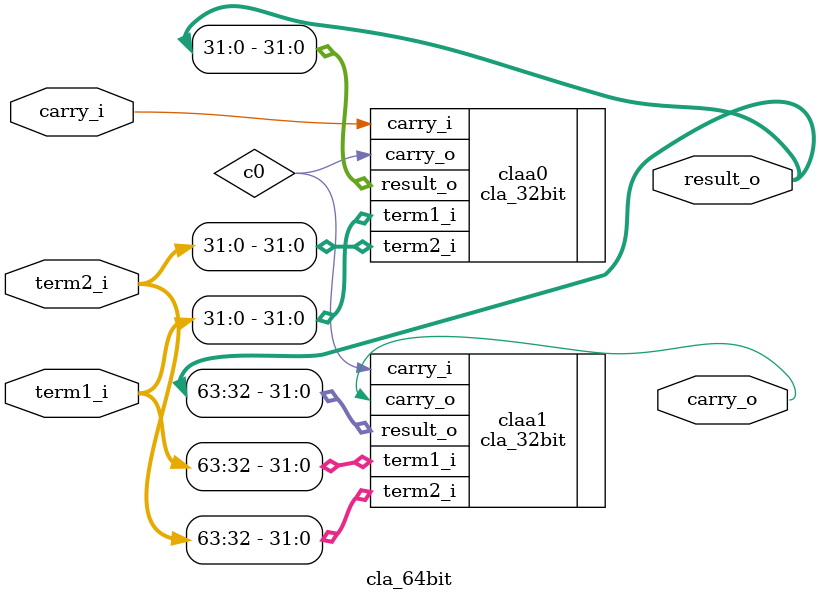
<source format=v>
module cla_64bit
(
 input  [63:0] term1_i,
 input  [63:0] term2_i,
 input         carry_i,
 output [63:0] result_o,
 output        carry_o
);

   // Carry Bits (dummy bits - unused)
   wire c0;

   cla_32bit claa0 (
    .term1_i  (term1_i [31:0]),
    .term2_i  (term2_i [31:0]),
    .carry_i  (carry_i),
    .result_o (result_o[31:0]),
    .carry_o  (c0)
   );
      
   cla_32bit claa1 (
    .term1_i  (term1_i [63:32]),
    .term2_i  (term2_i [63:32]),
    .carry_i  (c0),
    .result_o (result_o[63:32]),
    .carry_o  (carry_o)
   );

endmodule
</source>
